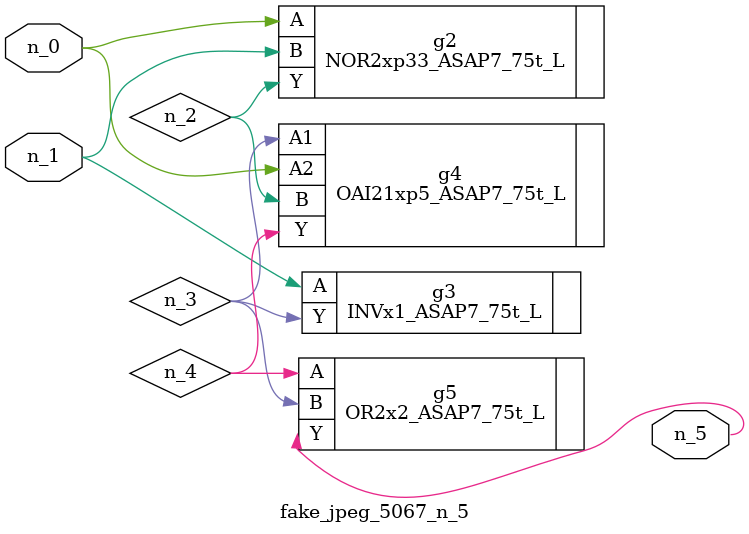
<source format=v>
module fake_jpeg_5067_n_5 (n_0, n_1, n_5);

input n_0;
input n_1;

output n_5;

wire n_2;
wire n_3;
wire n_4;

NOR2xp33_ASAP7_75t_L g2 ( 
.A(n_0),
.B(n_1),
.Y(n_2)
);

INVx1_ASAP7_75t_L g3 ( 
.A(n_1),
.Y(n_3)
);

OAI21xp5_ASAP7_75t_L g4 ( 
.A1(n_3),
.A2(n_0),
.B(n_2),
.Y(n_4)
);

OR2x2_ASAP7_75t_L g5 ( 
.A(n_4),
.B(n_3),
.Y(n_5)
);


endmodule
</source>
